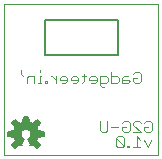
<source format=gbo>
G75*
%MOIN*%
%OFA0B0*%
%FSLAX25Y25*%
%IPPOS*%
%LPD*%
%AMOC8*
5,1,8,0,0,1.08239X$1,22.5*
%
%ADD10C,0.00000*%
%ADD11C,0.00300*%
%ADD12C,0.00591*%
%ADD13C,0.00800*%
D10*
X0005000Y0010000D02*
X0005000Y0060361D01*
X0056501Y0060361D01*
X0056470Y0009970D01*
X0005000Y0010000D01*
D11*
X0012578Y0033950D02*
X0012578Y0035802D01*
X0013195Y0036419D01*
X0015046Y0036419D01*
X0015046Y0033950D01*
X0016267Y0033950D02*
X0017502Y0033950D01*
X0016885Y0033950D02*
X0016885Y0036419D01*
X0017502Y0036419D01*
X0016885Y0037653D02*
X0016885Y0038270D01*
X0020561Y0036419D02*
X0021178Y0036419D01*
X0022413Y0035184D01*
X0023627Y0035184D02*
X0026096Y0035184D01*
X0026096Y0034567D02*
X0026096Y0035802D01*
X0025479Y0036419D01*
X0024244Y0036419D01*
X0023627Y0035802D01*
X0023627Y0035184D01*
X0024244Y0033950D02*
X0025479Y0033950D01*
X0026096Y0034567D01*
X0027310Y0035184D02*
X0029779Y0035184D01*
X0029779Y0034567D02*
X0029779Y0035802D01*
X0029162Y0036419D01*
X0027927Y0036419D01*
X0027310Y0035802D01*
X0027310Y0035184D01*
X0027927Y0033950D02*
X0029162Y0033950D01*
X0029779Y0034567D01*
X0031000Y0033950D02*
X0031617Y0034567D01*
X0031617Y0037036D01*
X0032234Y0036419D02*
X0031000Y0036419D01*
X0033449Y0035802D02*
X0033449Y0035184D01*
X0035917Y0035184D01*
X0035917Y0034567D02*
X0035917Y0035802D01*
X0035300Y0036419D01*
X0034066Y0036419D01*
X0033449Y0035802D01*
X0034066Y0033950D02*
X0035300Y0033950D01*
X0035917Y0034567D01*
X0037132Y0033950D02*
X0038983Y0033950D01*
X0039601Y0034567D01*
X0039601Y0035802D01*
X0038983Y0036419D01*
X0037132Y0036419D01*
X0037132Y0033333D01*
X0037749Y0032716D01*
X0038366Y0032716D01*
X0040815Y0033950D02*
X0042667Y0033950D01*
X0043284Y0034567D01*
X0043284Y0035802D01*
X0042667Y0036419D01*
X0040815Y0036419D01*
X0040815Y0037653D02*
X0040815Y0033950D01*
X0044498Y0033950D02*
X0046350Y0033950D01*
X0046967Y0034567D01*
X0046350Y0035184D01*
X0044498Y0035184D01*
X0044498Y0035802D02*
X0044498Y0033950D01*
X0044498Y0035802D02*
X0045115Y0036419D01*
X0046350Y0036419D01*
X0048181Y0037036D02*
X0048798Y0037653D01*
X0050033Y0037653D01*
X0050650Y0037036D01*
X0050650Y0034567D01*
X0050033Y0033950D01*
X0048798Y0033950D01*
X0048181Y0034567D01*
X0048181Y0035802D01*
X0049416Y0035802D01*
X0049950Y0021353D02*
X0048715Y0021353D01*
X0048098Y0020736D01*
X0048098Y0020119D01*
X0050567Y0017650D01*
X0048098Y0017650D01*
X0046884Y0018267D02*
X0046267Y0017650D01*
X0045032Y0017650D01*
X0044415Y0018267D01*
X0044415Y0019502D01*
X0045649Y0019502D01*
X0044415Y0020736D02*
X0045032Y0021353D01*
X0046267Y0021353D01*
X0046884Y0020736D01*
X0046884Y0018267D01*
X0049232Y0016253D02*
X0049232Y0012550D01*
X0047998Y0012550D02*
X0050467Y0012550D01*
X0052916Y0012550D02*
X0051681Y0015019D01*
X0050467Y0015019D02*
X0049232Y0016253D01*
X0051781Y0018267D02*
X0051781Y0019502D01*
X0053016Y0019502D01*
X0054250Y0020736D02*
X0054250Y0018267D01*
X0053633Y0017650D01*
X0052398Y0017650D01*
X0051781Y0018267D01*
X0051781Y0020736D02*
X0052398Y0021353D01*
X0053633Y0021353D01*
X0054250Y0020736D01*
X0050567Y0020736D02*
X0049950Y0021353D01*
X0044325Y0016253D02*
X0044942Y0015636D01*
X0044942Y0013167D01*
X0042473Y0015636D01*
X0042473Y0013167D01*
X0043091Y0012550D01*
X0044325Y0012550D01*
X0044942Y0013167D01*
X0046167Y0013167D02*
X0046167Y0012550D01*
X0046784Y0012550D01*
X0046784Y0013167D01*
X0046167Y0013167D01*
X0044325Y0016253D02*
X0043091Y0016253D01*
X0042473Y0015636D01*
X0039517Y0018267D02*
X0038900Y0017650D01*
X0037666Y0017650D01*
X0037049Y0018267D01*
X0037049Y0021353D01*
X0039517Y0021353D02*
X0039517Y0018267D01*
X0040732Y0019502D02*
X0043201Y0019502D01*
X0054150Y0015019D02*
X0052916Y0012550D01*
X0022413Y0033950D02*
X0022413Y0036419D01*
X0019343Y0034567D02*
X0019343Y0033950D01*
X0018726Y0033950D01*
X0018726Y0034567D01*
X0019343Y0034567D01*
X0011363Y0036419D02*
X0010746Y0037036D01*
X0010746Y0038270D01*
D12*
X0011680Y0022861D02*
X0013120Y0022861D01*
X0013313Y0020956D01*
X0013954Y0020751D01*
X0014552Y0020443D01*
X0016036Y0021654D01*
X0017054Y0020636D01*
X0015843Y0019152D01*
X0016151Y0018554D01*
X0016356Y0017913D01*
X0018261Y0017720D01*
X0018261Y0016280D01*
X0016356Y0016087D01*
X0016151Y0015446D01*
X0015843Y0014848D01*
X0017054Y0013364D01*
X0016036Y0012346D01*
X0014552Y0013557D01*
X0013954Y0013249D01*
X0013106Y0015295D01*
X0013485Y0015507D01*
X0013803Y0015801D01*
X0014045Y0016162D01*
X0014195Y0016569D01*
X0014246Y0017000D01*
X0014193Y0017439D01*
X0014037Y0017852D01*
X0013788Y0018217D01*
X0013459Y0018511D01*
X0013069Y0018720D01*
X0012641Y0018829D01*
X0012199Y0018834D01*
X0011769Y0018734D01*
X0011375Y0018534D01*
X0011040Y0018246D01*
X0010782Y0017887D01*
X0010618Y0017477D01*
X0010555Y0017040D01*
X0010599Y0016600D01*
X0010745Y0016184D01*
X0010986Y0015814D01*
X0011309Y0015512D01*
X0011694Y0015295D01*
X0010846Y0013249D01*
X0010248Y0013557D01*
X0008764Y0012346D01*
X0007746Y0013364D01*
X0008957Y0014848D01*
X0008649Y0015446D01*
X0008444Y0016087D01*
X0006539Y0016280D01*
X0006539Y0017720D01*
X0008444Y0017913D01*
X0008649Y0018554D01*
X0008957Y0019152D01*
X0007746Y0020636D01*
X0008764Y0021654D01*
X0010248Y0020443D01*
X0010846Y0020751D01*
X0011487Y0020956D01*
X0011680Y0022861D01*
X0011630Y0022370D02*
X0013170Y0022370D01*
X0013230Y0021781D02*
X0011570Y0021781D01*
X0011511Y0021192D02*
X0013289Y0021192D01*
X0014241Y0020603D02*
X0010559Y0020603D01*
X0010052Y0020603D02*
X0007773Y0020603D01*
X0008253Y0020014D02*
X0016547Y0020014D01*
X0017027Y0020603D02*
X0014748Y0020603D01*
X0015470Y0021192D02*
X0016497Y0021192D01*
X0016066Y0019425D02*
X0008734Y0019425D01*
X0008794Y0018836D02*
X0016006Y0018836D01*
X0016250Y0018247D02*
X0013754Y0018247D01*
X0014110Y0017658D02*
X0018261Y0017658D01*
X0018261Y0017069D02*
X0014237Y0017069D01*
X0014162Y0016480D02*
X0018261Y0016480D01*
X0016294Y0015891D02*
X0013863Y0015891D01*
X0013118Y0015302D02*
X0016077Y0015302D01*
X0015954Y0014712D02*
X0013348Y0014712D01*
X0013592Y0014123D02*
X0016434Y0014123D01*
X0016915Y0013534D02*
X0014579Y0013534D01*
X0014508Y0013534D02*
X0013836Y0013534D01*
X0015301Y0012945D02*
X0016635Y0012945D01*
X0016046Y0012356D02*
X0016024Y0012356D01*
X0011682Y0015302D02*
X0008723Y0015302D01*
X0008846Y0014712D02*
X0011452Y0014712D01*
X0011208Y0014123D02*
X0008366Y0014123D01*
X0007885Y0013534D02*
X0010221Y0013534D01*
X0010292Y0013534D02*
X0010964Y0013534D01*
X0009499Y0012945D02*
X0008165Y0012945D01*
X0008754Y0012356D02*
X0008776Y0012356D01*
X0008506Y0015891D02*
X0010936Y0015891D01*
X0010641Y0016480D02*
X0006539Y0016480D01*
X0006539Y0017069D02*
X0010559Y0017069D01*
X0010690Y0017658D02*
X0006539Y0017658D01*
X0008550Y0018247D02*
X0011040Y0018247D01*
X0009330Y0021192D02*
X0008303Y0021192D01*
D13*
X0018595Y0043394D02*
X0043005Y0043394D01*
X0043005Y0055206D01*
X0018595Y0055206D01*
X0018595Y0043394D01*
M02*

</source>
